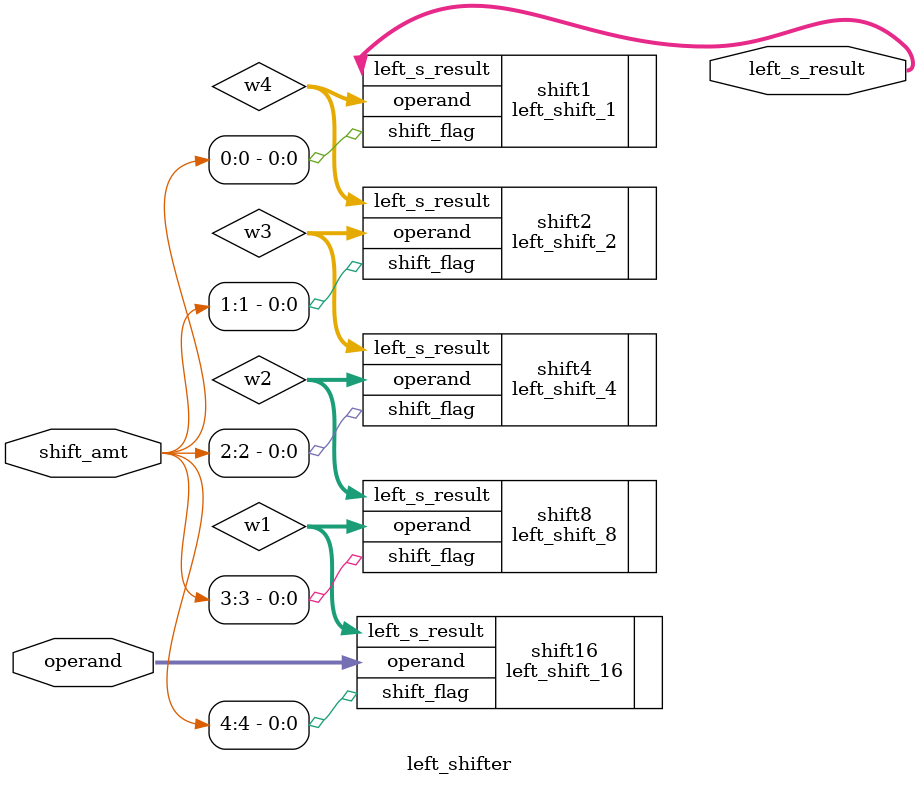
<source format=v>
module left_shifter (shift_amt,left_s_result,operand);
	input[31:0] operand;
	input[4:0] shift_amt;
	output[31:0] left_s_result;
	wire[31:0] w1,w2,w3,w4;
	left_shift_16 shift16(.left_s_result(w1),.shift_flag(shift_amt[4]),.operand(operand));
	left_shift_8 shift8(.left_s_result(w2),.shift_flag(shift_amt[3]),.operand(w1));
	left_shift_4 shift4(.left_s_result(w3),.shift_flag(shift_amt[2]),.operand(w2));
	left_shift_2 shift2(.left_s_result(w4),.shift_flag(shift_amt[1]),.operand(w3));
	left_shift_1 shift1(.left_s_result(left_s_result),.shift_flag(shift_amt[0]),.operand(w4));
	
endmodule
</source>
